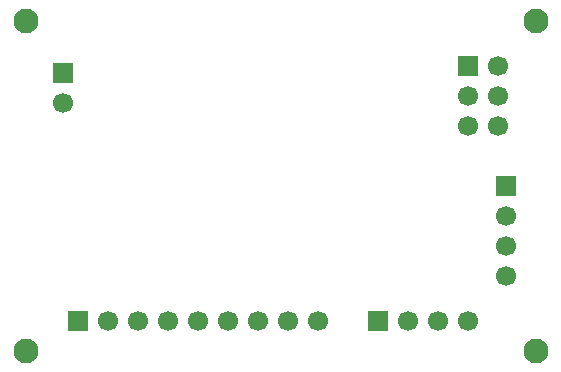
<source format=gbs>
%TF.GenerationSoftware,KiCad,Pcbnew,9.0.5*%
%TF.CreationDate,2025-11-09T03:03:21+02:00*%
%TF.ProjectId,Project 4 MCU Datalogger,50726f6a-6563-4742-9034-204d43552044,1*%
%TF.SameCoordinates,Original*%
%TF.FileFunction,Soldermask,Bot*%
%TF.FilePolarity,Negative*%
%FSLAX46Y46*%
G04 Gerber Fmt 4.6, Leading zero omitted, Abs format (unit mm)*
G04 Created by KiCad (PCBNEW 9.0.5) date 2025-11-09 03:03:21*
%MOMM*%
%LPD*%
G01*
G04 APERTURE LIST*
%ADD10R,1.700000X1.700000*%
%ADD11C,1.700000*%
%ADD12C,2.100000*%
G04 APERTURE END LIST*
D10*
%TO.C,J4*%
X133350000Y-102235000D03*
D11*
X135890000Y-102235000D03*
X138430000Y-102235000D03*
X140970000Y-102235000D03*
%TD*%
D10*
%TO.C,J3*%
X107950000Y-102235000D03*
D11*
X110490000Y-102235000D03*
X113030000Y-102235000D03*
X115570000Y-102235000D03*
X118110000Y-102235000D03*
X120650000Y-102235000D03*
X123190000Y-102235000D03*
X125730000Y-102235000D03*
X128270000Y-102235000D03*
%TD*%
D10*
%TO.C,J2*%
X144145000Y-90805000D03*
D11*
X144145000Y-93345000D03*
X144145000Y-95885000D03*
X144145000Y-98425000D03*
%TD*%
D10*
%TO.C,J1*%
X140970000Y-80645000D03*
D11*
X143510000Y-80645000D03*
X140970000Y-83185000D03*
X143510000Y-83185000D03*
X140970000Y-85725000D03*
X143510000Y-85725000D03*
%TD*%
D10*
%TO.C,BT1*%
X106680000Y-81280000D03*
D11*
X106680000Y-83820000D03*
%TD*%
D12*
%TO.C,H3*%
X146685000Y-104775000D03*
%TD*%
%TO.C,H4*%
X103505000Y-104775000D03*
%TD*%
%TO.C,H2*%
X146685000Y-76835000D03*
%TD*%
%TO.C,H1*%
X103505000Y-76835000D03*
%TD*%
M02*

</source>
